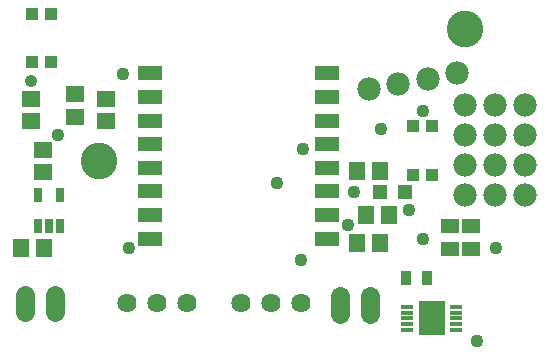
<source format=gts>
G75*
%MOIN*%
%OFA0B0*%
%FSLAX25Y25*%
%IPPOS*%
%LPD*%
%AMOC8*
5,1,8,0,0,1.08239X$1,22.5*
%
%ADD10C,0.12211*%
%ADD11R,0.06306X0.05518*%
%ADD12R,0.02565X0.05124*%
%ADD13R,0.05518X0.06306*%
%ADD14R,0.08274X0.05124*%
%ADD15R,0.04337X0.03943*%
%ADD16R,0.05124X0.05124*%
%ADD17R,0.08601X0.11400*%
%ADD18R,0.03900X0.01601*%
%ADD19R,0.03550X0.05124*%
%ADD20R,0.05912X0.04731*%
%ADD21C,0.06337*%
%ADD22C,0.06400*%
%ADD23C,0.07800*%
%ADD24C,0.04362*%
%ADD25C,0.04165*%
D10*
X0077591Y0070929D03*
X0199638Y0115024D03*
D11*
X0080095Y0091740D03*
X0080095Y0084260D03*
X0069595Y0085760D03*
X0069595Y0093240D03*
X0055095Y0091740D03*
X0055095Y0084260D03*
X0059095Y0074740D03*
X0059095Y0067260D03*
D12*
X0057355Y0059619D03*
X0064835Y0059619D03*
X0064835Y0049381D03*
X0061095Y0049381D03*
X0057355Y0049381D03*
D13*
X0051855Y0042000D03*
X0059335Y0042000D03*
X0163855Y0043500D03*
X0171335Y0043500D03*
X0174335Y0053000D03*
X0166855Y0053000D03*
X0163855Y0067500D03*
X0171335Y0067500D03*
D14*
X0153623Y0068720D03*
X0153623Y0060846D03*
X0153623Y0052972D03*
X0153623Y0045098D03*
X0153623Y0076594D03*
X0153623Y0084469D03*
X0153623Y0092343D03*
X0153623Y0100217D03*
X0094568Y0100217D03*
X0094568Y0092343D03*
X0094568Y0084469D03*
X0094568Y0076594D03*
X0094568Y0068720D03*
X0094568Y0060846D03*
X0094568Y0052972D03*
X0094568Y0045098D03*
D15*
X0061745Y0103929D03*
X0055446Y0103929D03*
X0055446Y0120071D03*
X0061745Y0120071D03*
X0182446Y0082571D03*
X0188745Y0082571D03*
X0188745Y0066429D03*
X0182446Y0066429D03*
D16*
X0179729Y0060500D03*
X0171461Y0060500D03*
D17*
X0188595Y0018500D03*
D18*
X0196900Y0018500D03*
X0196900Y0016531D03*
X0196900Y0014563D03*
X0196900Y0020469D03*
X0196900Y0022437D03*
X0180290Y0022437D03*
X0180290Y0020469D03*
X0180290Y0018500D03*
X0180290Y0016531D03*
X0180290Y0014563D03*
D19*
X0180052Y0032000D03*
X0187138Y0032000D03*
D20*
X0194595Y0041563D03*
X0201595Y0041563D03*
X0201595Y0049437D03*
X0194595Y0049437D03*
D21*
X0168095Y0025969D02*
X0168095Y0020031D01*
X0158095Y0020031D02*
X0158095Y0025969D01*
X0063095Y0026469D02*
X0063095Y0020531D01*
X0053095Y0020531D02*
X0053095Y0026469D01*
D22*
X0087095Y0023500D03*
X0097095Y0023500D03*
X0107095Y0023500D03*
X0125095Y0023500D03*
X0135095Y0023500D03*
X0145095Y0023500D03*
D23*
X0199595Y0059500D03*
X0209595Y0059500D03*
X0219595Y0059500D03*
X0219595Y0069500D03*
X0209595Y0069500D03*
X0199595Y0069500D03*
X0199595Y0079500D03*
X0209595Y0079500D03*
X0219595Y0079500D03*
X0219595Y0089500D03*
X0209595Y0089500D03*
X0199595Y0089500D03*
X0197139Y0100209D03*
X0187291Y0098473D03*
X0177443Y0096736D03*
X0167595Y0095000D03*
D24*
X0171595Y0081500D03*
X0185595Y0087500D03*
X0162595Y0060500D03*
X0160595Y0049500D03*
X0145095Y0038000D03*
X0137095Y0063500D03*
X0145595Y0075000D03*
X0181095Y0054500D03*
X0185595Y0045000D03*
X0210095Y0042000D03*
X0203595Y0011000D03*
X0087595Y0042000D03*
X0064095Y0079500D03*
X0085595Y0100000D03*
D25*
X0055095Y0097500D03*
M02*

</source>
